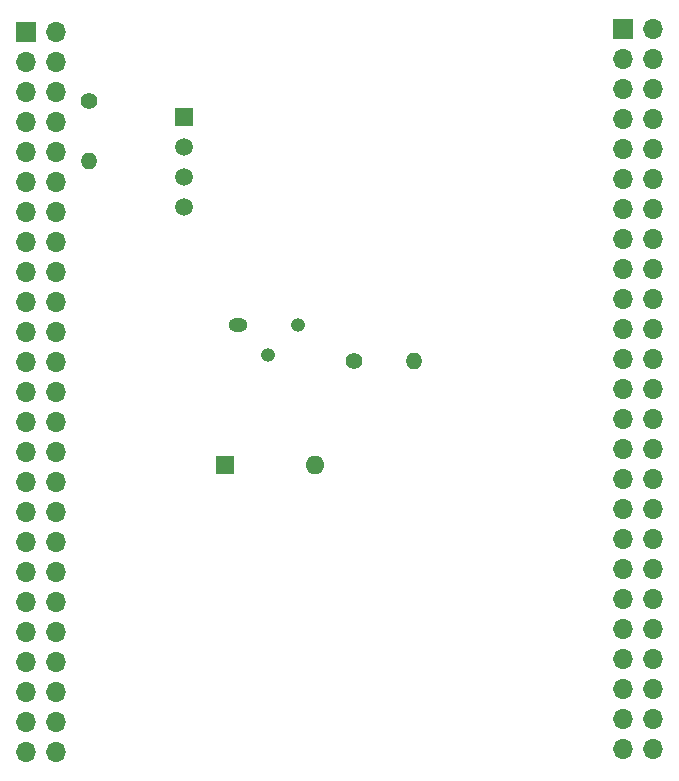
<source format=gbr>
%TF.GenerationSoftware,KiCad,Pcbnew,(7.0.0)*%
%TF.CreationDate,2023-06-01T08:48:15-06:00*%
%TF.ProjectId,phase_D_finalproject,70686173-655f-4445-9f66-696e616c7072,rev?*%
%TF.SameCoordinates,Original*%
%TF.FileFunction,Soldermask,Bot*%
%TF.FilePolarity,Negative*%
%FSLAX46Y46*%
G04 Gerber Fmt 4.6, Leading zero omitted, Abs format (unit mm)*
G04 Created by KiCad (PCBNEW (7.0.0)) date 2023-06-01 08:48:15*
%MOMM*%
%LPD*%
G01*
G04 APERTURE LIST*
%ADD10R,1.600000X1.600000*%
%ADD11O,1.600000X1.600000*%
%ADD12C,1.400000*%
%ADD13O,1.400000X1.400000*%
%ADD14R,1.500000X1.500000*%
%ADD15C,1.500000*%
%ADD16O,1.600000X1.200000*%
%ADD17O,1.200000X1.200000*%
%ADD18R,1.700000X1.700000*%
%ADD19O,1.700000X1.700000*%
G04 APERTURE END LIST*
D10*
%TO.C,D1*%
X148264999Y-94224999D03*
D11*
X155884999Y-94224999D03*
%TD*%
D12*
%TO.C,R1*%
X136825000Y-63400000D03*
D13*
X136824999Y-68479999D03*
%TD*%
D14*
%TO.C,U1*%
X144797499Y-64762499D03*
D15*
X144797500Y-67302500D03*
X144797500Y-69842500D03*
X144797500Y-72382500D03*
%TD*%
D12*
%TO.C,R2*%
X159215000Y-85400000D03*
D13*
X164294999Y-85399999D03*
%TD*%
D16*
%TO.C,Q1*%
X149374999Y-82374999D03*
D17*
X151914999Y-84914999D03*
X154454999Y-82374999D03*
%TD*%
D18*
%TO.C,J1*%
X131474999Y-57609999D03*
D19*
X134014999Y-57609999D03*
X131474999Y-60149999D03*
X134014999Y-60149999D03*
X131474999Y-62689999D03*
X134014999Y-62689999D03*
X131474999Y-65229999D03*
X134014999Y-65229999D03*
X131474999Y-67769999D03*
X134014999Y-67769999D03*
X131474999Y-70309999D03*
X134014999Y-70309999D03*
X131474999Y-72849999D03*
X134014999Y-72849999D03*
X131474999Y-75389999D03*
X134014999Y-75389999D03*
X131474999Y-77929999D03*
X134014999Y-77929999D03*
X131474999Y-80469999D03*
X134014999Y-80469999D03*
X131474999Y-83009999D03*
X134014999Y-83009999D03*
X131474999Y-85549999D03*
X134014999Y-85549999D03*
X131474999Y-88089999D03*
X134014999Y-88089999D03*
X131474999Y-90629999D03*
X134014999Y-90629999D03*
X131474999Y-93169999D03*
X134014999Y-93169999D03*
X131474999Y-95709999D03*
X134014999Y-95709999D03*
X131474999Y-98249999D03*
X134014999Y-98249999D03*
X131474999Y-100789999D03*
X134014999Y-100789999D03*
X131474999Y-103329999D03*
X134014999Y-103329999D03*
X131474999Y-105869999D03*
X134014999Y-105869999D03*
X131474999Y-108409999D03*
X134014999Y-108409999D03*
X131474999Y-110949999D03*
X134014999Y-110949999D03*
X131474999Y-113489999D03*
X134014999Y-113489999D03*
X131474999Y-116029999D03*
X134014999Y-116029999D03*
X131474999Y-118569999D03*
X134014999Y-118569999D03*
%TD*%
D18*
%TO.C,J2*%
X182024999Y-57309999D03*
D19*
X184564999Y-57309999D03*
X182024999Y-59849999D03*
X184564999Y-59849999D03*
X182024999Y-62389999D03*
X184564999Y-62389999D03*
X182024999Y-64929999D03*
X184564999Y-64929999D03*
X182024999Y-67469999D03*
X184564999Y-67469999D03*
X182024999Y-70009999D03*
X184564999Y-70009999D03*
X182024999Y-72549999D03*
X184564999Y-72549999D03*
X182024999Y-75089999D03*
X184564999Y-75089999D03*
X182024999Y-77629999D03*
X184564999Y-77629999D03*
X182024999Y-80169999D03*
X184564999Y-80169999D03*
X182024999Y-82709999D03*
X184564999Y-82709999D03*
X182024999Y-85249999D03*
X184564999Y-85249999D03*
X182024999Y-87789999D03*
X184564999Y-87789999D03*
X182024999Y-90329999D03*
X184564999Y-90329999D03*
X182024999Y-92869999D03*
X184564999Y-92869999D03*
X182024999Y-95409999D03*
X184564999Y-95409999D03*
X182024999Y-97949999D03*
X184564999Y-97949999D03*
X182024999Y-100489999D03*
X184564999Y-100489999D03*
X182024999Y-103029999D03*
X184564999Y-103029999D03*
X182024999Y-105569999D03*
X184564999Y-105569999D03*
X182024999Y-108109999D03*
X184564999Y-108109999D03*
X182024999Y-110649999D03*
X184564999Y-110649999D03*
X182024999Y-113189999D03*
X184564999Y-113189999D03*
X182024999Y-115729999D03*
X184564999Y-115729999D03*
X182024999Y-118269999D03*
X184564999Y-118269999D03*
%TD*%
M02*

</source>
